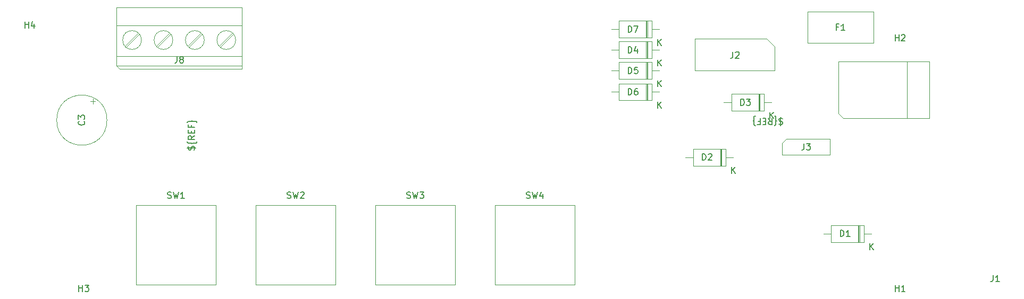
<source format=gbr>
%TF.GenerationSoftware,KiCad,Pcbnew,(6.0.0)*%
%TF.CreationDate,2022-01-09T22:19:22-05:00*%
%TF.ProjectId,Main-board-FeatherRP2040,4d61696e-2d62-46f6-9172-642d46656174,rev?*%
%TF.SameCoordinates,Original*%
%TF.FileFunction,AssemblyDrawing,Top*%
%FSLAX46Y46*%
G04 Gerber Fmt 4.6, Leading zero omitted, Abs format (unit mm)*
G04 Created by KiCad (PCBNEW (6.0.0)) date 2022-01-09 22:19:22*
%MOMM*%
%LPD*%
G01*
G04 APERTURE LIST*
%ADD10C,0.150000*%
%ADD11C,0.100000*%
G04 APERTURE END LIST*
D10*
%TO.C,F1*%
X125466666Y-3228571D02*
X125133333Y-3228571D01*
X125133333Y-3752380D02*
X125133333Y-2752380D01*
X125609523Y-2752380D01*
X126514285Y-3752380D02*
X125942857Y-3752380D01*
X126228571Y-3752380D02*
X126228571Y-2752380D01*
X126133333Y-2895238D01*
X126038095Y-2990476D01*
X125942857Y-3038095D01*
%TO.C,H1*%
X134538095Y-45452380D02*
X134538095Y-44452380D01*
X134538095Y-44928571D02*
X135109523Y-44928571D01*
X135109523Y-45452380D02*
X135109523Y-44452380D01*
X136109523Y-45452380D02*
X135538095Y-45452380D01*
X135823809Y-45452380D02*
X135823809Y-44452380D01*
X135728571Y-44595238D01*
X135633333Y-44690476D01*
X135538095Y-44738095D01*
%TO.C,C3*%
X5357142Y-18264015D02*
X5404761Y-18311634D01*
X5452380Y-18454491D01*
X5452380Y-18549729D01*
X5404761Y-18692587D01*
X5309523Y-18787825D01*
X5214285Y-18835444D01*
X5023809Y-18883063D01*
X4880952Y-18883063D01*
X4690476Y-18835444D01*
X4595238Y-18787825D01*
X4500000Y-18692587D01*
X4452380Y-18549729D01*
X4452380Y-18454491D01*
X4500000Y-18311634D01*
X4547619Y-18264015D01*
X4452380Y-17930682D02*
X4452380Y-17311634D01*
X4833333Y-17644968D01*
X4833333Y-17502110D01*
X4880952Y-17406872D01*
X4928571Y-17359253D01*
X5023809Y-17311634D01*
X5261904Y-17311634D01*
X5357142Y-17359253D01*
X5404761Y-17406872D01*
X5452380Y-17502110D01*
X5452380Y-17787825D01*
X5404761Y-17883063D01*
X5357142Y-17930682D01*
%TO.C,SW4*%
X75816666Y-30530761D02*
X75959523Y-30578380D01*
X76197619Y-30578380D01*
X76292857Y-30530761D01*
X76340476Y-30483142D01*
X76388095Y-30387904D01*
X76388095Y-30292666D01*
X76340476Y-30197428D01*
X76292857Y-30149809D01*
X76197619Y-30102190D01*
X76007142Y-30054571D01*
X75911904Y-30006952D01*
X75864285Y-29959333D01*
X75816666Y-29864095D01*
X75816666Y-29768857D01*
X75864285Y-29673619D01*
X75911904Y-29626000D01*
X76007142Y-29578380D01*
X76245238Y-29578380D01*
X76388095Y-29626000D01*
X76721428Y-29578380D02*
X76959523Y-30578380D01*
X77150000Y-29864095D01*
X77340476Y-30578380D01*
X77578571Y-29578380D01*
X78388095Y-29911714D02*
X78388095Y-30578380D01*
X78150000Y-29530761D02*
X77911904Y-30245047D01*
X78530952Y-30245047D01*
%TO.C,J8*%
X20166666Y-7957380D02*
X20166666Y-8671666D01*
X20119047Y-8814523D01*
X20023809Y-8909761D01*
X19880952Y-8957380D01*
X19785714Y-8957380D01*
X20785714Y-8385952D02*
X20690476Y-8338333D01*
X20642857Y-8290714D01*
X20595238Y-8195476D01*
X20595238Y-8147857D01*
X20642857Y-8052619D01*
X20690476Y-8005000D01*
X20785714Y-7957380D01*
X20976190Y-7957380D01*
X21071428Y-8005000D01*
X21119047Y-8052619D01*
X21166666Y-8147857D01*
X21166666Y-8195476D01*
X21119047Y-8290714D01*
X21071428Y-8338333D01*
X20976190Y-8385952D01*
X20785714Y-8385952D01*
X20690476Y-8433571D01*
X20642857Y-8481190D01*
X20595238Y-8576428D01*
X20595238Y-8766904D01*
X20642857Y-8862142D01*
X20690476Y-8909761D01*
X20785714Y-8957380D01*
X20976190Y-8957380D01*
X21071428Y-8909761D01*
X21119047Y-8862142D01*
X21166666Y-8766904D01*
X21166666Y-8576428D01*
X21119047Y-8481190D01*
X21071428Y-8433571D01*
X20976190Y-8385952D01*
%TO.C,D6*%
X96698095Y-16152380D02*
X96698095Y-15152380D01*
X97269523Y-16152380D02*
X96840952Y-15580952D01*
X97269523Y-15152380D02*
X96698095Y-15723809D01*
X92021904Y-14052380D02*
X92021904Y-13052380D01*
X92260000Y-13052380D01*
X92402857Y-13100000D01*
X92498095Y-13195238D01*
X92545714Y-13290476D01*
X92593333Y-13480952D01*
X92593333Y-13623809D01*
X92545714Y-13814285D01*
X92498095Y-13909523D01*
X92402857Y-14004761D01*
X92260000Y-14052380D01*
X92021904Y-14052380D01*
X93450476Y-13052380D02*
X93260000Y-13052380D01*
X93164761Y-13100000D01*
X93117142Y-13147619D01*
X93021904Y-13290476D01*
X92974285Y-13480952D01*
X92974285Y-13861904D01*
X93021904Y-13957142D01*
X93069523Y-14004761D01*
X93164761Y-14052380D01*
X93355238Y-14052380D01*
X93450476Y-14004761D01*
X93498095Y-13957142D01*
X93545714Y-13861904D01*
X93545714Y-13623809D01*
X93498095Y-13528571D01*
X93450476Y-13480952D01*
X93355238Y-13433333D01*
X93164761Y-13433333D01*
X93069523Y-13480952D01*
X93021904Y-13528571D01*
X92974285Y-13623809D01*
%TO.C,H4*%
X-4071904Y-3372380D02*
X-4071904Y-2372380D01*
X-4071904Y-2848571D02*
X-3500476Y-2848571D01*
X-3500476Y-3372380D02*
X-3500476Y-2372380D01*
X-2595714Y-2705714D02*
X-2595714Y-3372380D01*
X-2833809Y-2324761D02*
X-3071904Y-3039047D01*
X-2452857Y-3039047D01*
%TO.C,J3*%
X120016666Y-21832380D02*
X120016666Y-22546666D01*
X119969047Y-22689523D01*
X119873809Y-22784761D01*
X119730952Y-22832380D01*
X119635714Y-22832380D01*
X120397619Y-21832380D02*
X121016666Y-21832380D01*
X120683333Y-22213333D01*
X120826190Y-22213333D01*
X120921428Y-22260952D01*
X120969047Y-22308571D01*
X121016666Y-22403809D01*
X121016666Y-22641904D01*
X120969047Y-22737142D01*
X120921428Y-22784761D01*
X120826190Y-22832380D01*
X120540476Y-22832380D01*
X120445238Y-22784761D01*
X120397619Y-22737142D01*
%TO.C,H2*%
X134538095Y-5452380D02*
X134538095Y-4452380D01*
X134538095Y-4928571D02*
X135109523Y-4928571D01*
X135109523Y-5452380D02*
X135109523Y-4452380D01*
X135538095Y-4547619D02*
X135585714Y-4500000D01*
X135680952Y-4452380D01*
X135919047Y-4452380D01*
X136014285Y-4500000D01*
X136061904Y-4547619D01*
X136109523Y-4642857D01*
X136109523Y-4738095D01*
X136061904Y-4880952D01*
X135490476Y-5452380D01*
X136109523Y-5452380D01*
%TO.C,J1*%
X150108849Y-42878660D02*
X150108849Y-43592946D01*
X150061230Y-43735803D01*
X149965992Y-43831041D01*
X149823135Y-43878660D01*
X149727897Y-43878660D01*
X151108849Y-43878660D02*
X150537421Y-43878660D01*
X150823135Y-43878660D02*
X150823135Y-42878660D01*
X150727897Y-43021518D01*
X150632659Y-43116756D01*
X150537421Y-43164375D01*
%TO.C,SW1*%
X18666666Y-30530761D02*
X18809523Y-30578380D01*
X19047619Y-30578380D01*
X19142857Y-30530761D01*
X19190476Y-30483142D01*
X19238095Y-30387904D01*
X19238095Y-30292666D01*
X19190476Y-30197428D01*
X19142857Y-30149809D01*
X19047619Y-30102190D01*
X18857142Y-30054571D01*
X18761904Y-30006952D01*
X18714285Y-29959333D01*
X18666666Y-29864095D01*
X18666666Y-29768857D01*
X18714285Y-29673619D01*
X18761904Y-29626000D01*
X18857142Y-29578380D01*
X19095238Y-29578380D01*
X19238095Y-29626000D01*
X19571428Y-29578380D02*
X19809523Y-30578380D01*
X20000000Y-29864095D01*
X20190476Y-30578380D01*
X20428571Y-29578380D01*
X21333333Y-30578380D02*
X20761904Y-30578380D01*
X21047619Y-30578380D02*
X21047619Y-29578380D01*
X20952380Y-29721238D01*
X20857142Y-29816476D01*
X20761904Y-29864095D01*
%TO.C,D1*%
X125786904Y-36677380D02*
X125786904Y-35677380D01*
X126025000Y-35677380D01*
X126167857Y-35725000D01*
X126263095Y-35820238D01*
X126310714Y-35915476D01*
X126358333Y-36105952D01*
X126358333Y-36248809D01*
X126310714Y-36439285D01*
X126263095Y-36534523D01*
X126167857Y-36629761D01*
X126025000Y-36677380D01*
X125786904Y-36677380D01*
X127310714Y-36677380D02*
X126739285Y-36677380D01*
X127025000Y-36677380D02*
X127025000Y-35677380D01*
X126929761Y-35820238D01*
X126834523Y-35915476D01*
X126739285Y-35963095D01*
X130463095Y-38777380D02*
X130463095Y-37777380D01*
X131034523Y-38777380D02*
X130605952Y-38205952D01*
X131034523Y-37777380D02*
X130463095Y-38348809D01*
%TO.C,D2*%
X103811904Y-24477380D02*
X103811904Y-23477380D01*
X104050000Y-23477380D01*
X104192857Y-23525000D01*
X104288095Y-23620238D01*
X104335714Y-23715476D01*
X104383333Y-23905952D01*
X104383333Y-24048809D01*
X104335714Y-24239285D01*
X104288095Y-24334523D01*
X104192857Y-24429761D01*
X104050000Y-24477380D01*
X103811904Y-24477380D01*
X104764285Y-23572619D02*
X104811904Y-23525000D01*
X104907142Y-23477380D01*
X105145238Y-23477380D01*
X105240476Y-23525000D01*
X105288095Y-23572619D01*
X105335714Y-23667857D01*
X105335714Y-23763095D01*
X105288095Y-23905952D01*
X104716666Y-24477380D01*
X105335714Y-24477380D01*
X108488095Y-26577380D02*
X108488095Y-25577380D01*
X109059523Y-26577380D02*
X108630952Y-26005952D01*
X109059523Y-25577380D02*
X108488095Y-26148809D01*
%TO.C,D7*%
X96688095Y-6152380D02*
X96688095Y-5152380D01*
X97259523Y-6152380D02*
X96830952Y-5580952D01*
X97259523Y-5152380D02*
X96688095Y-5723809D01*
X92011904Y-4052380D02*
X92011904Y-3052380D01*
X92250000Y-3052380D01*
X92392857Y-3100000D01*
X92488095Y-3195238D01*
X92535714Y-3290476D01*
X92583333Y-3480952D01*
X92583333Y-3623809D01*
X92535714Y-3814285D01*
X92488095Y-3909523D01*
X92392857Y-4004761D01*
X92250000Y-4052380D01*
X92011904Y-4052380D01*
X92916666Y-3052380D02*
X93583333Y-3052380D01*
X93154761Y-4052380D01*
%TO.C,U2*%
X22904761Y-22833333D02*
X22952380Y-22690476D01*
X22952380Y-22452380D01*
X22904761Y-22357142D01*
X22857142Y-22309523D01*
X22761904Y-22261904D01*
X22666666Y-22261904D01*
X22571428Y-22309523D01*
X22523809Y-22357142D01*
X22476190Y-22452380D01*
X22428571Y-22642857D01*
X22380952Y-22738095D01*
X22333333Y-22785714D01*
X22238095Y-22833333D01*
X22142857Y-22833333D01*
X22047619Y-22785714D01*
X22000000Y-22738095D01*
X21952380Y-22642857D01*
X21952380Y-22404761D01*
X22000000Y-22261904D01*
X21809523Y-22547619D02*
X23095238Y-22547619D01*
X23333333Y-21547619D02*
X23333333Y-21595238D01*
X23285714Y-21690476D01*
X23190476Y-21738095D01*
X22714285Y-21738095D01*
X22619047Y-21785714D01*
X22571428Y-21880952D01*
X22523809Y-21785714D01*
X22428571Y-21738095D01*
X21952380Y-21738095D01*
X21857142Y-21690476D01*
X21809523Y-21595238D01*
X21809523Y-21547619D01*
X22952380Y-20595238D02*
X22476190Y-20928571D01*
X22952380Y-21166666D02*
X21952380Y-21166666D01*
X21952380Y-20785714D01*
X22000000Y-20690476D01*
X22047619Y-20642857D01*
X22142857Y-20595238D01*
X22285714Y-20595238D01*
X22380952Y-20642857D01*
X22428571Y-20690476D01*
X22476190Y-20785714D01*
X22476190Y-21166666D01*
X22428571Y-20166666D02*
X22428571Y-19833333D01*
X22952380Y-19690476D02*
X22952380Y-20166666D01*
X21952380Y-20166666D01*
X21952380Y-19690476D01*
X22428571Y-18928571D02*
X22428571Y-19261904D01*
X22952380Y-19261904D02*
X21952380Y-19261904D01*
X21952380Y-18785714D01*
X23333333Y-18500000D02*
X23333333Y-18452380D01*
X23285714Y-18357142D01*
X23190476Y-18309523D01*
X22714285Y-18309523D01*
X22619047Y-18261904D01*
X22571428Y-18166666D01*
X22523809Y-18261904D01*
X22428571Y-18309523D01*
X21952380Y-18309523D01*
X21857142Y-18357142D01*
X21809523Y-18452380D01*
X21809523Y-18500000D01*
%TO.C,H3*%
X4538095Y-45452380D02*
X4538095Y-44452380D01*
X4538095Y-44928571D02*
X5109523Y-44928571D01*
X5109523Y-45452380D02*
X5109523Y-44452380D01*
X5490476Y-44452380D02*
X6109523Y-44452380D01*
X5776190Y-44833333D01*
X5919047Y-44833333D01*
X6014285Y-44880952D01*
X6061904Y-44928571D01*
X6109523Y-45023809D01*
X6109523Y-45261904D01*
X6061904Y-45357142D01*
X6014285Y-45404761D01*
X5919047Y-45452380D01*
X5633333Y-45452380D01*
X5538095Y-45404761D01*
X5490476Y-45357142D01*
%TO.C,U1*%
X116583333Y-17845238D02*
X116440476Y-17797619D01*
X116202380Y-17797619D01*
X116107142Y-17845238D01*
X116059523Y-17892857D01*
X116011904Y-17988095D01*
X116011904Y-18083333D01*
X116059523Y-18178571D01*
X116107142Y-18226190D01*
X116202380Y-18273809D01*
X116392857Y-18321428D01*
X116488095Y-18369047D01*
X116535714Y-18416666D01*
X116583333Y-18511904D01*
X116583333Y-18607142D01*
X116535714Y-18702380D01*
X116488095Y-18750000D01*
X116392857Y-18797619D01*
X116154761Y-18797619D01*
X116011904Y-18750000D01*
X116297619Y-18940476D02*
X116297619Y-17654761D01*
X115297619Y-17416666D02*
X115345238Y-17416666D01*
X115440476Y-17464285D01*
X115488095Y-17559523D01*
X115488095Y-18035714D01*
X115535714Y-18130952D01*
X115630952Y-18178571D01*
X115535714Y-18226190D01*
X115488095Y-18321428D01*
X115488095Y-18797619D01*
X115440476Y-18892857D01*
X115345238Y-18940476D01*
X115297619Y-18940476D01*
X114345238Y-17797619D02*
X114678571Y-18273809D01*
X114916666Y-17797619D02*
X114916666Y-18797619D01*
X114535714Y-18797619D01*
X114440476Y-18750000D01*
X114392857Y-18702380D01*
X114345238Y-18607142D01*
X114345238Y-18464285D01*
X114392857Y-18369047D01*
X114440476Y-18321428D01*
X114535714Y-18273809D01*
X114916666Y-18273809D01*
X113916666Y-18321428D02*
X113583333Y-18321428D01*
X113440476Y-17797619D02*
X113916666Y-17797619D01*
X113916666Y-18797619D01*
X113440476Y-18797619D01*
X112678571Y-18321428D02*
X113011904Y-18321428D01*
X113011904Y-17797619D02*
X113011904Y-18797619D01*
X112535714Y-18797619D01*
X112250000Y-17416666D02*
X112202380Y-17416666D01*
X112107142Y-17464285D01*
X112059523Y-17559523D01*
X112059523Y-18035714D01*
X112011904Y-18130952D01*
X111916666Y-18178571D01*
X112011904Y-18226190D01*
X112059523Y-18321428D01*
X112059523Y-18797619D01*
X112107142Y-18892857D01*
X112202380Y-18940476D01*
X112250000Y-18940476D01*
%TO.C,D3*%
X114598095Y-17827380D02*
X114598095Y-16827380D01*
X115169523Y-17827380D02*
X114740952Y-17255952D01*
X115169523Y-16827380D02*
X114598095Y-17398809D01*
X109921904Y-15727380D02*
X109921904Y-14727380D01*
X110160000Y-14727380D01*
X110302857Y-14775000D01*
X110398095Y-14870238D01*
X110445714Y-14965476D01*
X110493333Y-15155952D01*
X110493333Y-15298809D01*
X110445714Y-15489285D01*
X110398095Y-15584523D01*
X110302857Y-15679761D01*
X110160000Y-15727380D01*
X109921904Y-15727380D01*
X110826666Y-14727380D02*
X111445714Y-14727380D01*
X111112380Y-15108333D01*
X111255238Y-15108333D01*
X111350476Y-15155952D01*
X111398095Y-15203571D01*
X111445714Y-15298809D01*
X111445714Y-15536904D01*
X111398095Y-15632142D01*
X111350476Y-15679761D01*
X111255238Y-15727380D01*
X110969523Y-15727380D01*
X110874285Y-15679761D01*
X110826666Y-15632142D01*
%TO.C,J2*%
X108666666Y-7202380D02*
X108666666Y-7916666D01*
X108619047Y-8059523D01*
X108523809Y-8154761D01*
X108380952Y-8202380D01*
X108285714Y-8202380D01*
X109095238Y-7297619D02*
X109142857Y-7250000D01*
X109238095Y-7202380D01*
X109476190Y-7202380D01*
X109571428Y-7250000D01*
X109619047Y-7297619D01*
X109666666Y-7392857D01*
X109666666Y-7488095D01*
X109619047Y-7630952D01*
X109047619Y-8202380D01*
X109666666Y-8202380D01*
%TO.C,SW3*%
X56766666Y-30530761D02*
X56909523Y-30578380D01*
X57147619Y-30578380D01*
X57242857Y-30530761D01*
X57290476Y-30483142D01*
X57338095Y-30387904D01*
X57338095Y-30292666D01*
X57290476Y-30197428D01*
X57242857Y-30149809D01*
X57147619Y-30102190D01*
X56957142Y-30054571D01*
X56861904Y-30006952D01*
X56814285Y-29959333D01*
X56766666Y-29864095D01*
X56766666Y-29768857D01*
X56814285Y-29673619D01*
X56861904Y-29626000D01*
X56957142Y-29578380D01*
X57195238Y-29578380D01*
X57338095Y-29626000D01*
X57671428Y-29578380D02*
X57909523Y-30578380D01*
X58100000Y-29864095D01*
X58290476Y-30578380D01*
X58528571Y-29578380D01*
X58814285Y-29578380D02*
X59433333Y-29578380D01*
X59100000Y-29959333D01*
X59242857Y-29959333D01*
X59338095Y-30006952D01*
X59385714Y-30054571D01*
X59433333Y-30149809D01*
X59433333Y-30387904D01*
X59385714Y-30483142D01*
X59338095Y-30530761D01*
X59242857Y-30578380D01*
X58957142Y-30578380D01*
X58861904Y-30530761D01*
X58814285Y-30483142D01*
%TO.C,D5*%
X96698095Y-12752380D02*
X96698095Y-11752380D01*
X97269523Y-12752380D02*
X96840952Y-12180952D01*
X97269523Y-11752380D02*
X96698095Y-12323809D01*
X92021904Y-10652380D02*
X92021904Y-9652380D01*
X92260000Y-9652380D01*
X92402857Y-9700000D01*
X92498095Y-9795238D01*
X92545714Y-9890476D01*
X92593333Y-10080952D01*
X92593333Y-10223809D01*
X92545714Y-10414285D01*
X92498095Y-10509523D01*
X92402857Y-10604761D01*
X92260000Y-10652380D01*
X92021904Y-10652380D01*
X93498095Y-9652380D02*
X93021904Y-9652380D01*
X92974285Y-10128571D01*
X93021904Y-10080952D01*
X93117142Y-10033333D01*
X93355238Y-10033333D01*
X93450476Y-10080952D01*
X93498095Y-10128571D01*
X93545714Y-10223809D01*
X93545714Y-10461904D01*
X93498095Y-10557142D01*
X93450476Y-10604761D01*
X93355238Y-10652380D01*
X93117142Y-10652380D01*
X93021904Y-10604761D01*
X92974285Y-10557142D01*
%TO.C,SW2*%
X37716666Y-30530761D02*
X37859523Y-30578380D01*
X38097619Y-30578380D01*
X38192857Y-30530761D01*
X38240476Y-30483142D01*
X38288095Y-30387904D01*
X38288095Y-30292666D01*
X38240476Y-30197428D01*
X38192857Y-30149809D01*
X38097619Y-30102190D01*
X37907142Y-30054571D01*
X37811904Y-30006952D01*
X37764285Y-29959333D01*
X37716666Y-29864095D01*
X37716666Y-29768857D01*
X37764285Y-29673619D01*
X37811904Y-29626000D01*
X37907142Y-29578380D01*
X38145238Y-29578380D01*
X38288095Y-29626000D01*
X38621428Y-29578380D02*
X38859523Y-30578380D01*
X39050000Y-29864095D01*
X39240476Y-30578380D01*
X39478571Y-29578380D01*
X39811904Y-29673619D02*
X39859523Y-29626000D01*
X39954761Y-29578380D01*
X40192857Y-29578380D01*
X40288095Y-29626000D01*
X40335714Y-29673619D01*
X40383333Y-29768857D01*
X40383333Y-29864095D01*
X40335714Y-30006952D01*
X39764285Y-30578380D01*
X40383333Y-30578380D01*
%TO.C,D4*%
X92021904Y-7352380D02*
X92021904Y-6352380D01*
X92260000Y-6352380D01*
X92402857Y-6400000D01*
X92498095Y-6495238D01*
X92545714Y-6590476D01*
X92593333Y-6780952D01*
X92593333Y-6923809D01*
X92545714Y-7114285D01*
X92498095Y-7209523D01*
X92402857Y-7304761D01*
X92260000Y-7352380D01*
X92021904Y-7352380D01*
X93450476Y-6685714D02*
X93450476Y-7352380D01*
X93212380Y-6304761D02*
X92974285Y-7019047D01*
X93593333Y-7019047D01*
X96698095Y-9452380D02*
X96698095Y-8452380D01*
X97269523Y-9452380D02*
X96840952Y-8880952D01*
X97269523Y-8452380D02*
X96698095Y-9023809D01*
D11*
%TO.C,F1*%
X120550000Y-5800000D02*
X131050000Y-5800000D01*
X131050000Y-800000D02*
X120550000Y-800000D01*
X120550000Y-800000D02*
X120550000Y-5800000D01*
X131050000Y-5800000D02*
X131050000Y-800000D01*
%TO.C,C3*%
X6747500Y-14670590D02*
X6747500Y-15470590D01*
X7147500Y-15070590D02*
X6347500Y-15070590D01*
X9000000Y-18097349D02*
G75*
G03*
X9000000Y-18097349I-4000000J0D01*
G01*
%TO.C,SW4*%
X83500000Y-44350000D02*
X70800000Y-44350000D01*
X83500000Y-31650000D02*
X83500000Y-44350000D01*
X70800000Y-31650000D02*
X83500000Y-31650000D01*
X70800000Y-44350000D02*
X70800000Y-31650000D01*
%TO.C,J8*%
X29138000Y-4350000D02*
X27046000Y-6443000D01*
X19138000Y-4350000D02*
X17046000Y-6443000D01*
X13955000Y-4167000D02*
X11862000Y-6260000D01*
X24138000Y-4350000D02*
X22046000Y-6443000D01*
X10500000Y-105000D02*
X30500000Y-105000D01*
X28955000Y-4167000D02*
X26863000Y-6260000D01*
X10500000Y-3005000D02*
X30500000Y-3005000D01*
X18955000Y-4167000D02*
X16863000Y-6260000D01*
X23955000Y-4167000D02*
X21863000Y-6260000D01*
X10500000Y-7905000D02*
X30500000Y-7905000D01*
X14138000Y-4350000D02*
X12045000Y-6443000D01*
X10500000Y-9405000D02*
X30500000Y-9405000D01*
X11000000Y-9905000D02*
X10500000Y-9405000D01*
X10500000Y-9405000D02*
X10500000Y-105000D01*
X30500000Y-9905000D02*
X11000000Y-9905000D01*
X30500000Y-105000D02*
X30500000Y-9905000D01*
X29500000Y-5305000D02*
G75*
G03*
X29500000Y-5305000I-1500000J0D01*
G01*
X14500000Y-5305000D02*
G75*
G03*
X14500000Y-5305000I-1500000J0D01*
G01*
X19500000Y-5305000D02*
G75*
G03*
X19500000Y-5305000I-1500000J0D01*
G01*
X24500000Y-5305000D02*
G75*
G03*
X24500000Y-5305000I-1500000J0D01*
G01*
%TO.C,D6*%
X89340000Y-13600000D02*
X90550000Y-13600000D01*
X95750000Y-12250000D02*
X90550000Y-12250000D01*
X95750000Y-14950000D02*
X95750000Y-12250000D01*
X96960000Y-13600000D02*
X95750000Y-13600000D01*
X90550000Y-14950000D02*
X95750000Y-14950000D01*
X94870000Y-14950000D02*
X94870000Y-12250000D01*
X90550000Y-12250000D02*
X90550000Y-14950000D01*
X95070000Y-14950000D02*
X95070000Y-12250000D01*
X94970000Y-14950000D02*
X94970000Y-12250000D01*
%TO.C,J3*%
X116540000Y-23650000D02*
X116540000Y-21745000D01*
X124160000Y-23650000D02*
X116540000Y-23650000D01*
X117175000Y-21110000D02*
X124160000Y-21110000D01*
X124160000Y-21110000D02*
X124160000Y-23650000D01*
X116540000Y-21745000D02*
X117175000Y-21110000D01*
%TO.C,J1*%
X125450000Y-8757500D02*
X125450000Y-17007500D01*
X126253213Y-17762925D02*
X125450000Y-17007500D01*
X139950000Y-17757500D02*
X139950000Y-8757500D01*
X136450000Y-17757500D02*
X136450000Y-8757500D01*
X139950000Y-8757500D02*
X125450000Y-8757500D01*
X126250000Y-17757500D02*
X139950000Y-17757500D01*
%TO.C,SW1*%
X13650000Y-31650000D02*
X26350000Y-31650000D01*
X26350000Y-31650000D02*
X26350000Y-44350000D01*
X13650000Y-44350000D02*
X13650000Y-31650000D01*
X26350000Y-44350000D02*
X13650000Y-44350000D01*
%TO.C,D1*%
X128735000Y-37575000D02*
X128735000Y-34875000D01*
X129515000Y-37575000D02*
X129515000Y-34875000D01*
X124315000Y-34875000D02*
X124315000Y-37575000D01*
X124315000Y-37575000D02*
X129515000Y-37575000D01*
X128835000Y-37575000D02*
X128835000Y-34875000D01*
X128635000Y-37575000D02*
X128635000Y-34875000D01*
X123105000Y-36225000D02*
X124315000Y-36225000D01*
X129515000Y-34875000D02*
X124315000Y-34875000D01*
X130725000Y-36225000D02*
X129515000Y-36225000D01*
%TO.C,D2*%
X107540000Y-22675000D02*
X102340000Y-22675000D01*
X106760000Y-25375000D02*
X106760000Y-22675000D01*
X108750000Y-24025000D02*
X107540000Y-24025000D01*
X106660000Y-25375000D02*
X106660000Y-22675000D01*
X106860000Y-25375000D02*
X106860000Y-22675000D01*
X102340000Y-22675000D02*
X102340000Y-25375000D01*
X102340000Y-25375000D02*
X107540000Y-25375000D01*
X101130000Y-24025000D02*
X102340000Y-24025000D01*
X107540000Y-25375000D02*
X107540000Y-22675000D01*
%TO.C,D7*%
X94860000Y-4950000D02*
X94860000Y-2250000D01*
X94960000Y-4950000D02*
X94960000Y-2250000D01*
X95740000Y-2250000D02*
X90540000Y-2250000D01*
X95060000Y-4950000D02*
X95060000Y-2250000D01*
X95740000Y-4950000D02*
X95740000Y-2250000D01*
X89330000Y-3600000D02*
X90540000Y-3600000D01*
X90540000Y-2250000D02*
X90540000Y-4950000D01*
X96950000Y-3600000D02*
X95740000Y-3600000D01*
X90540000Y-4950000D02*
X95740000Y-4950000D01*
%TO.C,D3*%
X108450000Y-16625000D02*
X113650000Y-16625000D01*
X112970000Y-16625000D02*
X112970000Y-13925000D01*
X113650000Y-13925000D02*
X108450000Y-13925000D01*
X113650000Y-16625000D02*
X113650000Y-13925000D01*
X108450000Y-13925000D02*
X108450000Y-16625000D01*
X112870000Y-16625000D02*
X112870000Y-13925000D01*
X112770000Y-16625000D02*
X112770000Y-13925000D01*
X114860000Y-15275000D02*
X113650000Y-15275000D01*
X107240000Y-15275000D02*
X108450000Y-15275000D01*
%TO.C,J2*%
X102645000Y-5105000D02*
X114075000Y-5105000D01*
X115345000Y-10185000D02*
X102645000Y-10185000D01*
X102645000Y-10185000D02*
X102645000Y-5105000D01*
X115345000Y-6375000D02*
X115345000Y-10185000D01*
X114075000Y-5105000D02*
X115345000Y-6375000D01*
%TO.C,SW3*%
X64450000Y-44350000D02*
X51750000Y-44350000D01*
X51750000Y-44350000D02*
X51750000Y-31650000D01*
X64450000Y-31650000D02*
X64450000Y-44350000D01*
X51750000Y-31650000D02*
X64450000Y-31650000D01*
%TO.C,D5*%
X95750000Y-8850000D02*
X90550000Y-8850000D01*
X89340000Y-10200000D02*
X90550000Y-10200000D01*
X95070000Y-11550000D02*
X95070000Y-8850000D01*
X96960000Y-10200000D02*
X95750000Y-10200000D01*
X95750000Y-11550000D02*
X95750000Y-8850000D01*
X94870000Y-11550000D02*
X94870000Y-8850000D01*
X90550000Y-8850000D02*
X90550000Y-11550000D01*
X94970000Y-11550000D02*
X94970000Y-8850000D01*
X90550000Y-11550000D02*
X95750000Y-11550000D01*
%TO.C,SW2*%
X32700000Y-31650000D02*
X45400000Y-31650000D01*
X32700000Y-44350000D02*
X32700000Y-31650000D01*
X45400000Y-31650000D02*
X45400000Y-44350000D01*
X45400000Y-44350000D02*
X32700000Y-44350000D01*
%TO.C,D4*%
X96960000Y-6900000D02*
X95750000Y-6900000D01*
X90550000Y-5550000D02*
X90550000Y-8250000D01*
X90550000Y-8250000D02*
X95750000Y-8250000D01*
X89340000Y-6900000D02*
X90550000Y-6900000D01*
X95750000Y-8250000D02*
X95750000Y-5550000D01*
X95750000Y-5550000D02*
X90550000Y-5550000D01*
X94870000Y-8250000D02*
X94870000Y-5550000D01*
X94970000Y-8250000D02*
X94970000Y-5550000D01*
X95070000Y-8250000D02*
X95070000Y-5550000D01*
%TD*%
M02*

</source>
